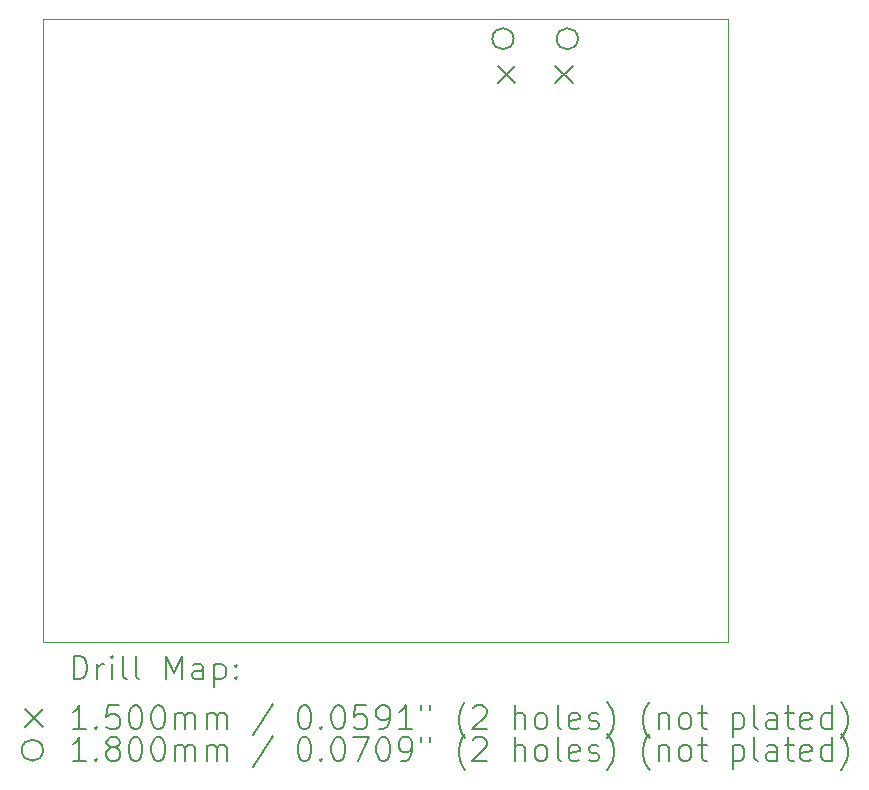
<source format=gbr>
%TF.GenerationSoftware,KiCad,Pcbnew,8.0.9*%
%TF.CreationDate,2025-02-20T22:31:27-05:00*%
%TF.ProjectId,PicoLVDS,5069636f-4c56-4445-932e-6b696361645f,2*%
%TF.SameCoordinates,Original*%
%TF.FileFunction,Drillmap*%
%TF.FilePolarity,Positive*%
%FSLAX45Y45*%
G04 Gerber Fmt 4.5, Leading zero omitted, Abs format (unit mm)*
G04 Created by KiCad (PCBNEW 8.0.9) date 2025-02-20 22:31:27*
%MOMM*%
%LPD*%
G01*
G04 APERTURE LIST*
%ADD10C,0.050000*%
%ADD11C,0.200000*%
%ADD12C,0.150000*%
%ADD13C,0.180000*%
G04 APERTURE END LIST*
D10*
X3000000Y-3720000D02*
X8800000Y-3720000D01*
X8800000Y-9000000D01*
X3000000Y-9000000D01*
X3000000Y-3720000D01*
D11*
D12*
X6846500Y-4117000D02*
X6996500Y-4267000D01*
X6996500Y-4117000D02*
X6846500Y-4267000D01*
X7331500Y-4117000D02*
X7481500Y-4267000D01*
X7481500Y-4117000D02*
X7331500Y-4267000D01*
D13*
X6981500Y-3889000D02*
G75*
G02*
X6801500Y-3889000I-90000J0D01*
G01*
X6801500Y-3889000D02*
G75*
G02*
X6981500Y-3889000I90000J0D01*
G01*
X7526500Y-3889000D02*
G75*
G02*
X7346500Y-3889000I-90000J0D01*
G01*
X7346500Y-3889000D02*
G75*
G02*
X7526500Y-3889000I90000J0D01*
G01*
D11*
X3258277Y-9313984D02*
X3258277Y-9113984D01*
X3258277Y-9113984D02*
X3305896Y-9113984D01*
X3305896Y-9113984D02*
X3334467Y-9123508D01*
X3334467Y-9123508D02*
X3353515Y-9142555D01*
X3353515Y-9142555D02*
X3363039Y-9161603D01*
X3363039Y-9161603D02*
X3372562Y-9199698D01*
X3372562Y-9199698D02*
X3372562Y-9228270D01*
X3372562Y-9228270D02*
X3363039Y-9266365D01*
X3363039Y-9266365D02*
X3353515Y-9285412D01*
X3353515Y-9285412D02*
X3334467Y-9304460D01*
X3334467Y-9304460D02*
X3305896Y-9313984D01*
X3305896Y-9313984D02*
X3258277Y-9313984D01*
X3458277Y-9313984D02*
X3458277Y-9180650D01*
X3458277Y-9218746D02*
X3467801Y-9199698D01*
X3467801Y-9199698D02*
X3477324Y-9190174D01*
X3477324Y-9190174D02*
X3496372Y-9180650D01*
X3496372Y-9180650D02*
X3515420Y-9180650D01*
X3582086Y-9313984D02*
X3582086Y-9180650D01*
X3582086Y-9113984D02*
X3572562Y-9123508D01*
X3572562Y-9123508D02*
X3582086Y-9133031D01*
X3582086Y-9133031D02*
X3591610Y-9123508D01*
X3591610Y-9123508D02*
X3582086Y-9113984D01*
X3582086Y-9113984D02*
X3582086Y-9133031D01*
X3705896Y-9313984D02*
X3686848Y-9304460D01*
X3686848Y-9304460D02*
X3677324Y-9285412D01*
X3677324Y-9285412D02*
X3677324Y-9113984D01*
X3810658Y-9313984D02*
X3791610Y-9304460D01*
X3791610Y-9304460D02*
X3782086Y-9285412D01*
X3782086Y-9285412D02*
X3782086Y-9113984D01*
X4039229Y-9313984D02*
X4039229Y-9113984D01*
X4039229Y-9113984D02*
X4105896Y-9256841D01*
X4105896Y-9256841D02*
X4172562Y-9113984D01*
X4172562Y-9113984D02*
X4172562Y-9313984D01*
X4353515Y-9313984D02*
X4353515Y-9209222D01*
X4353515Y-9209222D02*
X4343991Y-9190174D01*
X4343991Y-9190174D02*
X4324944Y-9180650D01*
X4324944Y-9180650D02*
X4286848Y-9180650D01*
X4286848Y-9180650D02*
X4267801Y-9190174D01*
X4353515Y-9304460D02*
X4334467Y-9313984D01*
X4334467Y-9313984D02*
X4286848Y-9313984D01*
X4286848Y-9313984D02*
X4267801Y-9304460D01*
X4267801Y-9304460D02*
X4258277Y-9285412D01*
X4258277Y-9285412D02*
X4258277Y-9266365D01*
X4258277Y-9266365D02*
X4267801Y-9247317D01*
X4267801Y-9247317D02*
X4286848Y-9237793D01*
X4286848Y-9237793D02*
X4334467Y-9237793D01*
X4334467Y-9237793D02*
X4353515Y-9228270D01*
X4448753Y-9180650D02*
X4448753Y-9380650D01*
X4448753Y-9190174D02*
X4467801Y-9180650D01*
X4467801Y-9180650D02*
X4505896Y-9180650D01*
X4505896Y-9180650D02*
X4524944Y-9190174D01*
X4524944Y-9190174D02*
X4534467Y-9199698D01*
X4534467Y-9199698D02*
X4543991Y-9218746D01*
X4543991Y-9218746D02*
X4543991Y-9275889D01*
X4543991Y-9275889D02*
X4534467Y-9294936D01*
X4534467Y-9294936D02*
X4524944Y-9304460D01*
X4524944Y-9304460D02*
X4505896Y-9313984D01*
X4505896Y-9313984D02*
X4467801Y-9313984D01*
X4467801Y-9313984D02*
X4448753Y-9304460D01*
X4629705Y-9294936D02*
X4639229Y-9304460D01*
X4639229Y-9304460D02*
X4629705Y-9313984D01*
X4629705Y-9313984D02*
X4620182Y-9304460D01*
X4620182Y-9304460D02*
X4629705Y-9294936D01*
X4629705Y-9294936D02*
X4629705Y-9313984D01*
X4629705Y-9190174D02*
X4639229Y-9199698D01*
X4639229Y-9199698D02*
X4629705Y-9209222D01*
X4629705Y-9209222D02*
X4620182Y-9199698D01*
X4620182Y-9199698D02*
X4629705Y-9190174D01*
X4629705Y-9190174D02*
X4629705Y-9209222D01*
D12*
X2847500Y-9567500D02*
X2997500Y-9717500D01*
X2997500Y-9567500D02*
X2847500Y-9717500D01*
D11*
X3363039Y-9733984D02*
X3248753Y-9733984D01*
X3305896Y-9733984D02*
X3305896Y-9533984D01*
X3305896Y-9533984D02*
X3286848Y-9562555D01*
X3286848Y-9562555D02*
X3267801Y-9581603D01*
X3267801Y-9581603D02*
X3248753Y-9591127D01*
X3448753Y-9714936D02*
X3458277Y-9724460D01*
X3458277Y-9724460D02*
X3448753Y-9733984D01*
X3448753Y-9733984D02*
X3439229Y-9724460D01*
X3439229Y-9724460D02*
X3448753Y-9714936D01*
X3448753Y-9714936D02*
X3448753Y-9733984D01*
X3639229Y-9533984D02*
X3543991Y-9533984D01*
X3543991Y-9533984D02*
X3534467Y-9629222D01*
X3534467Y-9629222D02*
X3543991Y-9619698D01*
X3543991Y-9619698D02*
X3563039Y-9610174D01*
X3563039Y-9610174D02*
X3610658Y-9610174D01*
X3610658Y-9610174D02*
X3629705Y-9619698D01*
X3629705Y-9619698D02*
X3639229Y-9629222D01*
X3639229Y-9629222D02*
X3648753Y-9648270D01*
X3648753Y-9648270D02*
X3648753Y-9695889D01*
X3648753Y-9695889D02*
X3639229Y-9714936D01*
X3639229Y-9714936D02*
X3629705Y-9724460D01*
X3629705Y-9724460D02*
X3610658Y-9733984D01*
X3610658Y-9733984D02*
X3563039Y-9733984D01*
X3563039Y-9733984D02*
X3543991Y-9724460D01*
X3543991Y-9724460D02*
X3534467Y-9714936D01*
X3772562Y-9533984D02*
X3791610Y-9533984D01*
X3791610Y-9533984D02*
X3810658Y-9543508D01*
X3810658Y-9543508D02*
X3820182Y-9553031D01*
X3820182Y-9553031D02*
X3829705Y-9572079D01*
X3829705Y-9572079D02*
X3839229Y-9610174D01*
X3839229Y-9610174D02*
X3839229Y-9657793D01*
X3839229Y-9657793D02*
X3829705Y-9695889D01*
X3829705Y-9695889D02*
X3820182Y-9714936D01*
X3820182Y-9714936D02*
X3810658Y-9724460D01*
X3810658Y-9724460D02*
X3791610Y-9733984D01*
X3791610Y-9733984D02*
X3772562Y-9733984D01*
X3772562Y-9733984D02*
X3753515Y-9724460D01*
X3753515Y-9724460D02*
X3743991Y-9714936D01*
X3743991Y-9714936D02*
X3734467Y-9695889D01*
X3734467Y-9695889D02*
X3724943Y-9657793D01*
X3724943Y-9657793D02*
X3724943Y-9610174D01*
X3724943Y-9610174D02*
X3734467Y-9572079D01*
X3734467Y-9572079D02*
X3743991Y-9553031D01*
X3743991Y-9553031D02*
X3753515Y-9543508D01*
X3753515Y-9543508D02*
X3772562Y-9533984D01*
X3963039Y-9533984D02*
X3982086Y-9533984D01*
X3982086Y-9533984D02*
X4001134Y-9543508D01*
X4001134Y-9543508D02*
X4010658Y-9553031D01*
X4010658Y-9553031D02*
X4020182Y-9572079D01*
X4020182Y-9572079D02*
X4029705Y-9610174D01*
X4029705Y-9610174D02*
X4029705Y-9657793D01*
X4029705Y-9657793D02*
X4020182Y-9695889D01*
X4020182Y-9695889D02*
X4010658Y-9714936D01*
X4010658Y-9714936D02*
X4001134Y-9724460D01*
X4001134Y-9724460D02*
X3982086Y-9733984D01*
X3982086Y-9733984D02*
X3963039Y-9733984D01*
X3963039Y-9733984D02*
X3943991Y-9724460D01*
X3943991Y-9724460D02*
X3934467Y-9714936D01*
X3934467Y-9714936D02*
X3924943Y-9695889D01*
X3924943Y-9695889D02*
X3915420Y-9657793D01*
X3915420Y-9657793D02*
X3915420Y-9610174D01*
X3915420Y-9610174D02*
X3924943Y-9572079D01*
X3924943Y-9572079D02*
X3934467Y-9553031D01*
X3934467Y-9553031D02*
X3943991Y-9543508D01*
X3943991Y-9543508D02*
X3963039Y-9533984D01*
X4115420Y-9733984D02*
X4115420Y-9600650D01*
X4115420Y-9619698D02*
X4124943Y-9610174D01*
X4124943Y-9610174D02*
X4143991Y-9600650D01*
X4143991Y-9600650D02*
X4172563Y-9600650D01*
X4172563Y-9600650D02*
X4191610Y-9610174D01*
X4191610Y-9610174D02*
X4201134Y-9629222D01*
X4201134Y-9629222D02*
X4201134Y-9733984D01*
X4201134Y-9629222D02*
X4210658Y-9610174D01*
X4210658Y-9610174D02*
X4229705Y-9600650D01*
X4229705Y-9600650D02*
X4258277Y-9600650D01*
X4258277Y-9600650D02*
X4277325Y-9610174D01*
X4277325Y-9610174D02*
X4286848Y-9629222D01*
X4286848Y-9629222D02*
X4286848Y-9733984D01*
X4382086Y-9733984D02*
X4382086Y-9600650D01*
X4382086Y-9619698D02*
X4391610Y-9610174D01*
X4391610Y-9610174D02*
X4410658Y-9600650D01*
X4410658Y-9600650D02*
X4439229Y-9600650D01*
X4439229Y-9600650D02*
X4458277Y-9610174D01*
X4458277Y-9610174D02*
X4467801Y-9629222D01*
X4467801Y-9629222D02*
X4467801Y-9733984D01*
X4467801Y-9629222D02*
X4477325Y-9610174D01*
X4477325Y-9610174D02*
X4496372Y-9600650D01*
X4496372Y-9600650D02*
X4524944Y-9600650D01*
X4524944Y-9600650D02*
X4543991Y-9610174D01*
X4543991Y-9610174D02*
X4553515Y-9629222D01*
X4553515Y-9629222D02*
X4553515Y-9733984D01*
X4943991Y-9524460D02*
X4772563Y-9781603D01*
X5201134Y-9533984D02*
X5220182Y-9533984D01*
X5220182Y-9533984D02*
X5239229Y-9543508D01*
X5239229Y-9543508D02*
X5248753Y-9553031D01*
X5248753Y-9553031D02*
X5258277Y-9572079D01*
X5258277Y-9572079D02*
X5267801Y-9610174D01*
X5267801Y-9610174D02*
X5267801Y-9657793D01*
X5267801Y-9657793D02*
X5258277Y-9695889D01*
X5258277Y-9695889D02*
X5248753Y-9714936D01*
X5248753Y-9714936D02*
X5239229Y-9724460D01*
X5239229Y-9724460D02*
X5220182Y-9733984D01*
X5220182Y-9733984D02*
X5201134Y-9733984D01*
X5201134Y-9733984D02*
X5182087Y-9724460D01*
X5182087Y-9724460D02*
X5172563Y-9714936D01*
X5172563Y-9714936D02*
X5163039Y-9695889D01*
X5163039Y-9695889D02*
X5153515Y-9657793D01*
X5153515Y-9657793D02*
X5153515Y-9610174D01*
X5153515Y-9610174D02*
X5163039Y-9572079D01*
X5163039Y-9572079D02*
X5172563Y-9553031D01*
X5172563Y-9553031D02*
X5182087Y-9543508D01*
X5182087Y-9543508D02*
X5201134Y-9533984D01*
X5353515Y-9714936D02*
X5363039Y-9724460D01*
X5363039Y-9724460D02*
X5353515Y-9733984D01*
X5353515Y-9733984D02*
X5343991Y-9724460D01*
X5343991Y-9724460D02*
X5353515Y-9714936D01*
X5353515Y-9714936D02*
X5353515Y-9733984D01*
X5486848Y-9533984D02*
X5505896Y-9533984D01*
X5505896Y-9533984D02*
X5524944Y-9543508D01*
X5524944Y-9543508D02*
X5534468Y-9553031D01*
X5534468Y-9553031D02*
X5543991Y-9572079D01*
X5543991Y-9572079D02*
X5553515Y-9610174D01*
X5553515Y-9610174D02*
X5553515Y-9657793D01*
X5553515Y-9657793D02*
X5543991Y-9695889D01*
X5543991Y-9695889D02*
X5534468Y-9714936D01*
X5534468Y-9714936D02*
X5524944Y-9724460D01*
X5524944Y-9724460D02*
X5505896Y-9733984D01*
X5505896Y-9733984D02*
X5486848Y-9733984D01*
X5486848Y-9733984D02*
X5467801Y-9724460D01*
X5467801Y-9724460D02*
X5458277Y-9714936D01*
X5458277Y-9714936D02*
X5448753Y-9695889D01*
X5448753Y-9695889D02*
X5439229Y-9657793D01*
X5439229Y-9657793D02*
X5439229Y-9610174D01*
X5439229Y-9610174D02*
X5448753Y-9572079D01*
X5448753Y-9572079D02*
X5458277Y-9553031D01*
X5458277Y-9553031D02*
X5467801Y-9543508D01*
X5467801Y-9543508D02*
X5486848Y-9533984D01*
X5734467Y-9533984D02*
X5639229Y-9533984D01*
X5639229Y-9533984D02*
X5629706Y-9629222D01*
X5629706Y-9629222D02*
X5639229Y-9619698D01*
X5639229Y-9619698D02*
X5658277Y-9610174D01*
X5658277Y-9610174D02*
X5705896Y-9610174D01*
X5705896Y-9610174D02*
X5724944Y-9619698D01*
X5724944Y-9619698D02*
X5734467Y-9629222D01*
X5734467Y-9629222D02*
X5743991Y-9648270D01*
X5743991Y-9648270D02*
X5743991Y-9695889D01*
X5743991Y-9695889D02*
X5734467Y-9714936D01*
X5734467Y-9714936D02*
X5724944Y-9724460D01*
X5724944Y-9724460D02*
X5705896Y-9733984D01*
X5705896Y-9733984D02*
X5658277Y-9733984D01*
X5658277Y-9733984D02*
X5639229Y-9724460D01*
X5639229Y-9724460D02*
X5629706Y-9714936D01*
X5839229Y-9733984D02*
X5877325Y-9733984D01*
X5877325Y-9733984D02*
X5896372Y-9724460D01*
X5896372Y-9724460D02*
X5905896Y-9714936D01*
X5905896Y-9714936D02*
X5924944Y-9686365D01*
X5924944Y-9686365D02*
X5934467Y-9648270D01*
X5934467Y-9648270D02*
X5934467Y-9572079D01*
X5934467Y-9572079D02*
X5924944Y-9553031D01*
X5924944Y-9553031D02*
X5915420Y-9543508D01*
X5915420Y-9543508D02*
X5896372Y-9533984D01*
X5896372Y-9533984D02*
X5858277Y-9533984D01*
X5858277Y-9533984D02*
X5839229Y-9543508D01*
X5839229Y-9543508D02*
X5829706Y-9553031D01*
X5829706Y-9553031D02*
X5820182Y-9572079D01*
X5820182Y-9572079D02*
X5820182Y-9619698D01*
X5820182Y-9619698D02*
X5829706Y-9638746D01*
X5829706Y-9638746D02*
X5839229Y-9648270D01*
X5839229Y-9648270D02*
X5858277Y-9657793D01*
X5858277Y-9657793D02*
X5896372Y-9657793D01*
X5896372Y-9657793D02*
X5915420Y-9648270D01*
X5915420Y-9648270D02*
X5924944Y-9638746D01*
X5924944Y-9638746D02*
X5934467Y-9619698D01*
X6124944Y-9733984D02*
X6010658Y-9733984D01*
X6067801Y-9733984D02*
X6067801Y-9533984D01*
X6067801Y-9533984D02*
X6048753Y-9562555D01*
X6048753Y-9562555D02*
X6029706Y-9581603D01*
X6029706Y-9581603D02*
X6010658Y-9591127D01*
X6201134Y-9533984D02*
X6201134Y-9572079D01*
X6277325Y-9533984D02*
X6277325Y-9572079D01*
X6572563Y-9810174D02*
X6563039Y-9800650D01*
X6563039Y-9800650D02*
X6543991Y-9772079D01*
X6543991Y-9772079D02*
X6534468Y-9753031D01*
X6534468Y-9753031D02*
X6524944Y-9724460D01*
X6524944Y-9724460D02*
X6515420Y-9676841D01*
X6515420Y-9676841D02*
X6515420Y-9638746D01*
X6515420Y-9638746D02*
X6524944Y-9591127D01*
X6524944Y-9591127D02*
X6534468Y-9562555D01*
X6534468Y-9562555D02*
X6543991Y-9543508D01*
X6543991Y-9543508D02*
X6563039Y-9514936D01*
X6563039Y-9514936D02*
X6572563Y-9505412D01*
X6639229Y-9553031D02*
X6648753Y-9543508D01*
X6648753Y-9543508D02*
X6667801Y-9533984D01*
X6667801Y-9533984D02*
X6715420Y-9533984D01*
X6715420Y-9533984D02*
X6734468Y-9543508D01*
X6734468Y-9543508D02*
X6743991Y-9553031D01*
X6743991Y-9553031D02*
X6753515Y-9572079D01*
X6753515Y-9572079D02*
X6753515Y-9591127D01*
X6753515Y-9591127D02*
X6743991Y-9619698D01*
X6743991Y-9619698D02*
X6629706Y-9733984D01*
X6629706Y-9733984D02*
X6753515Y-9733984D01*
X6991610Y-9733984D02*
X6991610Y-9533984D01*
X7077325Y-9733984D02*
X7077325Y-9629222D01*
X7077325Y-9629222D02*
X7067801Y-9610174D01*
X7067801Y-9610174D02*
X7048753Y-9600650D01*
X7048753Y-9600650D02*
X7020182Y-9600650D01*
X7020182Y-9600650D02*
X7001134Y-9610174D01*
X7001134Y-9610174D02*
X6991610Y-9619698D01*
X7201134Y-9733984D02*
X7182087Y-9724460D01*
X7182087Y-9724460D02*
X7172563Y-9714936D01*
X7172563Y-9714936D02*
X7163039Y-9695889D01*
X7163039Y-9695889D02*
X7163039Y-9638746D01*
X7163039Y-9638746D02*
X7172563Y-9619698D01*
X7172563Y-9619698D02*
X7182087Y-9610174D01*
X7182087Y-9610174D02*
X7201134Y-9600650D01*
X7201134Y-9600650D02*
X7229706Y-9600650D01*
X7229706Y-9600650D02*
X7248753Y-9610174D01*
X7248753Y-9610174D02*
X7258277Y-9619698D01*
X7258277Y-9619698D02*
X7267801Y-9638746D01*
X7267801Y-9638746D02*
X7267801Y-9695889D01*
X7267801Y-9695889D02*
X7258277Y-9714936D01*
X7258277Y-9714936D02*
X7248753Y-9724460D01*
X7248753Y-9724460D02*
X7229706Y-9733984D01*
X7229706Y-9733984D02*
X7201134Y-9733984D01*
X7382087Y-9733984D02*
X7363039Y-9724460D01*
X7363039Y-9724460D02*
X7353515Y-9705412D01*
X7353515Y-9705412D02*
X7353515Y-9533984D01*
X7534468Y-9724460D02*
X7515420Y-9733984D01*
X7515420Y-9733984D02*
X7477325Y-9733984D01*
X7477325Y-9733984D02*
X7458277Y-9724460D01*
X7458277Y-9724460D02*
X7448753Y-9705412D01*
X7448753Y-9705412D02*
X7448753Y-9629222D01*
X7448753Y-9629222D02*
X7458277Y-9610174D01*
X7458277Y-9610174D02*
X7477325Y-9600650D01*
X7477325Y-9600650D02*
X7515420Y-9600650D01*
X7515420Y-9600650D02*
X7534468Y-9610174D01*
X7534468Y-9610174D02*
X7543991Y-9629222D01*
X7543991Y-9629222D02*
X7543991Y-9648270D01*
X7543991Y-9648270D02*
X7448753Y-9667317D01*
X7620182Y-9724460D02*
X7639230Y-9733984D01*
X7639230Y-9733984D02*
X7677325Y-9733984D01*
X7677325Y-9733984D02*
X7696372Y-9724460D01*
X7696372Y-9724460D02*
X7705896Y-9705412D01*
X7705896Y-9705412D02*
X7705896Y-9695889D01*
X7705896Y-9695889D02*
X7696372Y-9676841D01*
X7696372Y-9676841D02*
X7677325Y-9667317D01*
X7677325Y-9667317D02*
X7648753Y-9667317D01*
X7648753Y-9667317D02*
X7629706Y-9657793D01*
X7629706Y-9657793D02*
X7620182Y-9638746D01*
X7620182Y-9638746D02*
X7620182Y-9629222D01*
X7620182Y-9629222D02*
X7629706Y-9610174D01*
X7629706Y-9610174D02*
X7648753Y-9600650D01*
X7648753Y-9600650D02*
X7677325Y-9600650D01*
X7677325Y-9600650D02*
X7696372Y-9610174D01*
X7772563Y-9810174D02*
X7782087Y-9800650D01*
X7782087Y-9800650D02*
X7801134Y-9772079D01*
X7801134Y-9772079D02*
X7810658Y-9753031D01*
X7810658Y-9753031D02*
X7820182Y-9724460D01*
X7820182Y-9724460D02*
X7829706Y-9676841D01*
X7829706Y-9676841D02*
X7829706Y-9638746D01*
X7829706Y-9638746D02*
X7820182Y-9591127D01*
X7820182Y-9591127D02*
X7810658Y-9562555D01*
X7810658Y-9562555D02*
X7801134Y-9543508D01*
X7801134Y-9543508D02*
X7782087Y-9514936D01*
X7782087Y-9514936D02*
X7772563Y-9505412D01*
X8134468Y-9810174D02*
X8124944Y-9800650D01*
X8124944Y-9800650D02*
X8105896Y-9772079D01*
X8105896Y-9772079D02*
X8096372Y-9753031D01*
X8096372Y-9753031D02*
X8086849Y-9724460D01*
X8086849Y-9724460D02*
X8077325Y-9676841D01*
X8077325Y-9676841D02*
X8077325Y-9638746D01*
X8077325Y-9638746D02*
X8086849Y-9591127D01*
X8086849Y-9591127D02*
X8096372Y-9562555D01*
X8096372Y-9562555D02*
X8105896Y-9543508D01*
X8105896Y-9543508D02*
X8124944Y-9514936D01*
X8124944Y-9514936D02*
X8134468Y-9505412D01*
X8210658Y-9600650D02*
X8210658Y-9733984D01*
X8210658Y-9619698D02*
X8220182Y-9610174D01*
X8220182Y-9610174D02*
X8239230Y-9600650D01*
X8239230Y-9600650D02*
X8267801Y-9600650D01*
X8267801Y-9600650D02*
X8286849Y-9610174D01*
X8286849Y-9610174D02*
X8296372Y-9629222D01*
X8296372Y-9629222D02*
X8296372Y-9733984D01*
X8420182Y-9733984D02*
X8401134Y-9724460D01*
X8401134Y-9724460D02*
X8391611Y-9714936D01*
X8391611Y-9714936D02*
X8382087Y-9695889D01*
X8382087Y-9695889D02*
X8382087Y-9638746D01*
X8382087Y-9638746D02*
X8391611Y-9619698D01*
X8391611Y-9619698D02*
X8401134Y-9610174D01*
X8401134Y-9610174D02*
X8420182Y-9600650D01*
X8420182Y-9600650D02*
X8448754Y-9600650D01*
X8448754Y-9600650D02*
X8467801Y-9610174D01*
X8467801Y-9610174D02*
X8477325Y-9619698D01*
X8477325Y-9619698D02*
X8486849Y-9638746D01*
X8486849Y-9638746D02*
X8486849Y-9695889D01*
X8486849Y-9695889D02*
X8477325Y-9714936D01*
X8477325Y-9714936D02*
X8467801Y-9724460D01*
X8467801Y-9724460D02*
X8448754Y-9733984D01*
X8448754Y-9733984D02*
X8420182Y-9733984D01*
X8543992Y-9600650D02*
X8620182Y-9600650D01*
X8572563Y-9533984D02*
X8572563Y-9705412D01*
X8572563Y-9705412D02*
X8582087Y-9724460D01*
X8582087Y-9724460D02*
X8601134Y-9733984D01*
X8601134Y-9733984D02*
X8620182Y-9733984D01*
X8839230Y-9600650D02*
X8839230Y-9800650D01*
X8839230Y-9610174D02*
X8858277Y-9600650D01*
X8858277Y-9600650D02*
X8896373Y-9600650D01*
X8896373Y-9600650D02*
X8915420Y-9610174D01*
X8915420Y-9610174D02*
X8924944Y-9619698D01*
X8924944Y-9619698D02*
X8934468Y-9638746D01*
X8934468Y-9638746D02*
X8934468Y-9695889D01*
X8934468Y-9695889D02*
X8924944Y-9714936D01*
X8924944Y-9714936D02*
X8915420Y-9724460D01*
X8915420Y-9724460D02*
X8896373Y-9733984D01*
X8896373Y-9733984D02*
X8858277Y-9733984D01*
X8858277Y-9733984D02*
X8839230Y-9724460D01*
X9048754Y-9733984D02*
X9029706Y-9724460D01*
X9029706Y-9724460D02*
X9020182Y-9705412D01*
X9020182Y-9705412D02*
X9020182Y-9533984D01*
X9210658Y-9733984D02*
X9210658Y-9629222D01*
X9210658Y-9629222D02*
X9201135Y-9610174D01*
X9201135Y-9610174D02*
X9182087Y-9600650D01*
X9182087Y-9600650D02*
X9143992Y-9600650D01*
X9143992Y-9600650D02*
X9124944Y-9610174D01*
X9210658Y-9724460D02*
X9191611Y-9733984D01*
X9191611Y-9733984D02*
X9143992Y-9733984D01*
X9143992Y-9733984D02*
X9124944Y-9724460D01*
X9124944Y-9724460D02*
X9115420Y-9705412D01*
X9115420Y-9705412D02*
X9115420Y-9686365D01*
X9115420Y-9686365D02*
X9124944Y-9667317D01*
X9124944Y-9667317D02*
X9143992Y-9657793D01*
X9143992Y-9657793D02*
X9191611Y-9657793D01*
X9191611Y-9657793D02*
X9210658Y-9648270D01*
X9277325Y-9600650D02*
X9353515Y-9600650D01*
X9305896Y-9533984D02*
X9305896Y-9705412D01*
X9305896Y-9705412D02*
X9315420Y-9724460D01*
X9315420Y-9724460D02*
X9334468Y-9733984D01*
X9334468Y-9733984D02*
X9353515Y-9733984D01*
X9496373Y-9724460D02*
X9477325Y-9733984D01*
X9477325Y-9733984D02*
X9439230Y-9733984D01*
X9439230Y-9733984D02*
X9420182Y-9724460D01*
X9420182Y-9724460D02*
X9410658Y-9705412D01*
X9410658Y-9705412D02*
X9410658Y-9629222D01*
X9410658Y-9629222D02*
X9420182Y-9610174D01*
X9420182Y-9610174D02*
X9439230Y-9600650D01*
X9439230Y-9600650D02*
X9477325Y-9600650D01*
X9477325Y-9600650D02*
X9496373Y-9610174D01*
X9496373Y-9610174D02*
X9505896Y-9629222D01*
X9505896Y-9629222D02*
X9505896Y-9648270D01*
X9505896Y-9648270D02*
X9410658Y-9667317D01*
X9677325Y-9733984D02*
X9677325Y-9533984D01*
X9677325Y-9724460D02*
X9658277Y-9733984D01*
X9658277Y-9733984D02*
X9620182Y-9733984D01*
X9620182Y-9733984D02*
X9601135Y-9724460D01*
X9601135Y-9724460D02*
X9591611Y-9714936D01*
X9591611Y-9714936D02*
X9582087Y-9695889D01*
X9582087Y-9695889D02*
X9582087Y-9638746D01*
X9582087Y-9638746D02*
X9591611Y-9619698D01*
X9591611Y-9619698D02*
X9601135Y-9610174D01*
X9601135Y-9610174D02*
X9620182Y-9600650D01*
X9620182Y-9600650D02*
X9658277Y-9600650D01*
X9658277Y-9600650D02*
X9677325Y-9610174D01*
X9753516Y-9810174D02*
X9763039Y-9800650D01*
X9763039Y-9800650D02*
X9782087Y-9772079D01*
X9782087Y-9772079D02*
X9791611Y-9753031D01*
X9791611Y-9753031D02*
X9801135Y-9724460D01*
X9801135Y-9724460D02*
X9810658Y-9676841D01*
X9810658Y-9676841D02*
X9810658Y-9638746D01*
X9810658Y-9638746D02*
X9801135Y-9591127D01*
X9801135Y-9591127D02*
X9791611Y-9562555D01*
X9791611Y-9562555D02*
X9782087Y-9543508D01*
X9782087Y-9543508D02*
X9763039Y-9514936D01*
X9763039Y-9514936D02*
X9753516Y-9505412D01*
D13*
X2997500Y-9912500D02*
G75*
G02*
X2817500Y-9912500I-90000J0D01*
G01*
X2817500Y-9912500D02*
G75*
G02*
X2997500Y-9912500I90000J0D01*
G01*
D11*
X3363039Y-10003984D02*
X3248753Y-10003984D01*
X3305896Y-10003984D02*
X3305896Y-9803984D01*
X3305896Y-9803984D02*
X3286848Y-9832555D01*
X3286848Y-9832555D02*
X3267801Y-9851603D01*
X3267801Y-9851603D02*
X3248753Y-9861127D01*
X3448753Y-9984936D02*
X3458277Y-9994460D01*
X3458277Y-9994460D02*
X3448753Y-10003984D01*
X3448753Y-10003984D02*
X3439229Y-9994460D01*
X3439229Y-9994460D02*
X3448753Y-9984936D01*
X3448753Y-9984936D02*
X3448753Y-10003984D01*
X3572562Y-9889698D02*
X3553515Y-9880174D01*
X3553515Y-9880174D02*
X3543991Y-9870650D01*
X3543991Y-9870650D02*
X3534467Y-9851603D01*
X3534467Y-9851603D02*
X3534467Y-9842079D01*
X3534467Y-9842079D02*
X3543991Y-9823031D01*
X3543991Y-9823031D02*
X3553515Y-9813508D01*
X3553515Y-9813508D02*
X3572562Y-9803984D01*
X3572562Y-9803984D02*
X3610658Y-9803984D01*
X3610658Y-9803984D02*
X3629705Y-9813508D01*
X3629705Y-9813508D02*
X3639229Y-9823031D01*
X3639229Y-9823031D02*
X3648753Y-9842079D01*
X3648753Y-9842079D02*
X3648753Y-9851603D01*
X3648753Y-9851603D02*
X3639229Y-9870650D01*
X3639229Y-9870650D02*
X3629705Y-9880174D01*
X3629705Y-9880174D02*
X3610658Y-9889698D01*
X3610658Y-9889698D02*
X3572562Y-9889698D01*
X3572562Y-9889698D02*
X3553515Y-9899222D01*
X3553515Y-9899222D02*
X3543991Y-9908746D01*
X3543991Y-9908746D02*
X3534467Y-9927793D01*
X3534467Y-9927793D02*
X3534467Y-9965889D01*
X3534467Y-9965889D02*
X3543991Y-9984936D01*
X3543991Y-9984936D02*
X3553515Y-9994460D01*
X3553515Y-9994460D02*
X3572562Y-10003984D01*
X3572562Y-10003984D02*
X3610658Y-10003984D01*
X3610658Y-10003984D02*
X3629705Y-9994460D01*
X3629705Y-9994460D02*
X3639229Y-9984936D01*
X3639229Y-9984936D02*
X3648753Y-9965889D01*
X3648753Y-9965889D02*
X3648753Y-9927793D01*
X3648753Y-9927793D02*
X3639229Y-9908746D01*
X3639229Y-9908746D02*
X3629705Y-9899222D01*
X3629705Y-9899222D02*
X3610658Y-9889698D01*
X3772562Y-9803984D02*
X3791610Y-9803984D01*
X3791610Y-9803984D02*
X3810658Y-9813508D01*
X3810658Y-9813508D02*
X3820182Y-9823031D01*
X3820182Y-9823031D02*
X3829705Y-9842079D01*
X3829705Y-9842079D02*
X3839229Y-9880174D01*
X3839229Y-9880174D02*
X3839229Y-9927793D01*
X3839229Y-9927793D02*
X3829705Y-9965889D01*
X3829705Y-9965889D02*
X3820182Y-9984936D01*
X3820182Y-9984936D02*
X3810658Y-9994460D01*
X3810658Y-9994460D02*
X3791610Y-10003984D01*
X3791610Y-10003984D02*
X3772562Y-10003984D01*
X3772562Y-10003984D02*
X3753515Y-9994460D01*
X3753515Y-9994460D02*
X3743991Y-9984936D01*
X3743991Y-9984936D02*
X3734467Y-9965889D01*
X3734467Y-9965889D02*
X3724943Y-9927793D01*
X3724943Y-9927793D02*
X3724943Y-9880174D01*
X3724943Y-9880174D02*
X3734467Y-9842079D01*
X3734467Y-9842079D02*
X3743991Y-9823031D01*
X3743991Y-9823031D02*
X3753515Y-9813508D01*
X3753515Y-9813508D02*
X3772562Y-9803984D01*
X3963039Y-9803984D02*
X3982086Y-9803984D01*
X3982086Y-9803984D02*
X4001134Y-9813508D01*
X4001134Y-9813508D02*
X4010658Y-9823031D01*
X4010658Y-9823031D02*
X4020182Y-9842079D01*
X4020182Y-9842079D02*
X4029705Y-9880174D01*
X4029705Y-9880174D02*
X4029705Y-9927793D01*
X4029705Y-9927793D02*
X4020182Y-9965889D01*
X4020182Y-9965889D02*
X4010658Y-9984936D01*
X4010658Y-9984936D02*
X4001134Y-9994460D01*
X4001134Y-9994460D02*
X3982086Y-10003984D01*
X3982086Y-10003984D02*
X3963039Y-10003984D01*
X3963039Y-10003984D02*
X3943991Y-9994460D01*
X3943991Y-9994460D02*
X3934467Y-9984936D01*
X3934467Y-9984936D02*
X3924943Y-9965889D01*
X3924943Y-9965889D02*
X3915420Y-9927793D01*
X3915420Y-9927793D02*
X3915420Y-9880174D01*
X3915420Y-9880174D02*
X3924943Y-9842079D01*
X3924943Y-9842079D02*
X3934467Y-9823031D01*
X3934467Y-9823031D02*
X3943991Y-9813508D01*
X3943991Y-9813508D02*
X3963039Y-9803984D01*
X4115420Y-10003984D02*
X4115420Y-9870650D01*
X4115420Y-9889698D02*
X4124943Y-9880174D01*
X4124943Y-9880174D02*
X4143991Y-9870650D01*
X4143991Y-9870650D02*
X4172563Y-9870650D01*
X4172563Y-9870650D02*
X4191610Y-9880174D01*
X4191610Y-9880174D02*
X4201134Y-9899222D01*
X4201134Y-9899222D02*
X4201134Y-10003984D01*
X4201134Y-9899222D02*
X4210658Y-9880174D01*
X4210658Y-9880174D02*
X4229705Y-9870650D01*
X4229705Y-9870650D02*
X4258277Y-9870650D01*
X4258277Y-9870650D02*
X4277325Y-9880174D01*
X4277325Y-9880174D02*
X4286848Y-9899222D01*
X4286848Y-9899222D02*
X4286848Y-10003984D01*
X4382086Y-10003984D02*
X4382086Y-9870650D01*
X4382086Y-9889698D02*
X4391610Y-9880174D01*
X4391610Y-9880174D02*
X4410658Y-9870650D01*
X4410658Y-9870650D02*
X4439229Y-9870650D01*
X4439229Y-9870650D02*
X4458277Y-9880174D01*
X4458277Y-9880174D02*
X4467801Y-9899222D01*
X4467801Y-9899222D02*
X4467801Y-10003984D01*
X4467801Y-9899222D02*
X4477325Y-9880174D01*
X4477325Y-9880174D02*
X4496372Y-9870650D01*
X4496372Y-9870650D02*
X4524944Y-9870650D01*
X4524944Y-9870650D02*
X4543991Y-9880174D01*
X4543991Y-9880174D02*
X4553515Y-9899222D01*
X4553515Y-9899222D02*
X4553515Y-10003984D01*
X4943991Y-9794460D02*
X4772563Y-10051603D01*
X5201134Y-9803984D02*
X5220182Y-9803984D01*
X5220182Y-9803984D02*
X5239229Y-9813508D01*
X5239229Y-9813508D02*
X5248753Y-9823031D01*
X5248753Y-9823031D02*
X5258277Y-9842079D01*
X5258277Y-9842079D02*
X5267801Y-9880174D01*
X5267801Y-9880174D02*
X5267801Y-9927793D01*
X5267801Y-9927793D02*
X5258277Y-9965889D01*
X5258277Y-9965889D02*
X5248753Y-9984936D01*
X5248753Y-9984936D02*
X5239229Y-9994460D01*
X5239229Y-9994460D02*
X5220182Y-10003984D01*
X5220182Y-10003984D02*
X5201134Y-10003984D01*
X5201134Y-10003984D02*
X5182087Y-9994460D01*
X5182087Y-9994460D02*
X5172563Y-9984936D01*
X5172563Y-9984936D02*
X5163039Y-9965889D01*
X5163039Y-9965889D02*
X5153515Y-9927793D01*
X5153515Y-9927793D02*
X5153515Y-9880174D01*
X5153515Y-9880174D02*
X5163039Y-9842079D01*
X5163039Y-9842079D02*
X5172563Y-9823031D01*
X5172563Y-9823031D02*
X5182087Y-9813508D01*
X5182087Y-9813508D02*
X5201134Y-9803984D01*
X5353515Y-9984936D02*
X5363039Y-9994460D01*
X5363039Y-9994460D02*
X5353515Y-10003984D01*
X5353515Y-10003984D02*
X5343991Y-9994460D01*
X5343991Y-9994460D02*
X5353515Y-9984936D01*
X5353515Y-9984936D02*
X5353515Y-10003984D01*
X5486848Y-9803984D02*
X5505896Y-9803984D01*
X5505896Y-9803984D02*
X5524944Y-9813508D01*
X5524944Y-9813508D02*
X5534468Y-9823031D01*
X5534468Y-9823031D02*
X5543991Y-9842079D01*
X5543991Y-9842079D02*
X5553515Y-9880174D01*
X5553515Y-9880174D02*
X5553515Y-9927793D01*
X5553515Y-9927793D02*
X5543991Y-9965889D01*
X5543991Y-9965889D02*
X5534468Y-9984936D01*
X5534468Y-9984936D02*
X5524944Y-9994460D01*
X5524944Y-9994460D02*
X5505896Y-10003984D01*
X5505896Y-10003984D02*
X5486848Y-10003984D01*
X5486848Y-10003984D02*
X5467801Y-9994460D01*
X5467801Y-9994460D02*
X5458277Y-9984936D01*
X5458277Y-9984936D02*
X5448753Y-9965889D01*
X5448753Y-9965889D02*
X5439229Y-9927793D01*
X5439229Y-9927793D02*
X5439229Y-9880174D01*
X5439229Y-9880174D02*
X5448753Y-9842079D01*
X5448753Y-9842079D02*
X5458277Y-9823031D01*
X5458277Y-9823031D02*
X5467801Y-9813508D01*
X5467801Y-9813508D02*
X5486848Y-9803984D01*
X5620182Y-9803984D02*
X5753515Y-9803984D01*
X5753515Y-9803984D02*
X5667801Y-10003984D01*
X5867801Y-9803984D02*
X5886848Y-9803984D01*
X5886848Y-9803984D02*
X5905896Y-9813508D01*
X5905896Y-9813508D02*
X5915420Y-9823031D01*
X5915420Y-9823031D02*
X5924944Y-9842079D01*
X5924944Y-9842079D02*
X5934467Y-9880174D01*
X5934467Y-9880174D02*
X5934467Y-9927793D01*
X5934467Y-9927793D02*
X5924944Y-9965889D01*
X5924944Y-9965889D02*
X5915420Y-9984936D01*
X5915420Y-9984936D02*
X5905896Y-9994460D01*
X5905896Y-9994460D02*
X5886848Y-10003984D01*
X5886848Y-10003984D02*
X5867801Y-10003984D01*
X5867801Y-10003984D02*
X5848753Y-9994460D01*
X5848753Y-9994460D02*
X5839229Y-9984936D01*
X5839229Y-9984936D02*
X5829706Y-9965889D01*
X5829706Y-9965889D02*
X5820182Y-9927793D01*
X5820182Y-9927793D02*
X5820182Y-9880174D01*
X5820182Y-9880174D02*
X5829706Y-9842079D01*
X5829706Y-9842079D02*
X5839229Y-9823031D01*
X5839229Y-9823031D02*
X5848753Y-9813508D01*
X5848753Y-9813508D02*
X5867801Y-9803984D01*
X6029706Y-10003984D02*
X6067801Y-10003984D01*
X6067801Y-10003984D02*
X6086848Y-9994460D01*
X6086848Y-9994460D02*
X6096372Y-9984936D01*
X6096372Y-9984936D02*
X6115420Y-9956365D01*
X6115420Y-9956365D02*
X6124944Y-9918270D01*
X6124944Y-9918270D02*
X6124944Y-9842079D01*
X6124944Y-9842079D02*
X6115420Y-9823031D01*
X6115420Y-9823031D02*
X6105896Y-9813508D01*
X6105896Y-9813508D02*
X6086848Y-9803984D01*
X6086848Y-9803984D02*
X6048753Y-9803984D01*
X6048753Y-9803984D02*
X6029706Y-9813508D01*
X6029706Y-9813508D02*
X6020182Y-9823031D01*
X6020182Y-9823031D02*
X6010658Y-9842079D01*
X6010658Y-9842079D02*
X6010658Y-9889698D01*
X6010658Y-9889698D02*
X6020182Y-9908746D01*
X6020182Y-9908746D02*
X6029706Y-9918270D01*
X6029706Y-9918270D02*
X6048753Y-9927793D01*
X6048753Y-9927793D02*
X6086848Y-9927793D01*
X6086848Y-9927793D02*
X6105896Y-9918270D01*
X6105896Y-9918270D02*
X6115420Y-9908746D01*
X6115420Y-9908746D02*
X6124944Y-9889698D01*
X6201134Y-9803984D02*
X6201134Y-9842079D01*
X6277325Y-9803984D02*
X6277325Y-9842079D01*
X6572563Y-10080174D02*
X6563039Y-10070650D01*
X6563039Y-10070650D02*
X6543991Y-10042079D01*
X6543991Y-10042079D02*
X6534468Y-10023031D01*
X6534468Y-10023031D02*
X6524944Y-9994460D01*
X6524944Y-9994460D02*
X6515420Y-9946841D01*
X6515420Y-9946841D02*
X6515420Y-9908746D01*
X6515420Y-9908746D02*
X6524944Y-9861127D01*
X6524944Y-9861127D02*
X6534468Y-9832555D01*
X6534468Y-9832555D02*
X6543991Y-9813508D01*
X6543991Y-9813508D02*
X6563039Y-9784936D01*
X6563039Y-9784936D02*
X6572563Y-9775412D01*
X6639229Y-9823031D02*
X6648753Y-9813508D01*
X6648753Y-9813508D02*
X6667801Y-9803984D01*
X6667801Y-9803984D02*
X6715420Y-9803984D01*
X6715420Y-9803984D02*
X6734468Y-9813508D01*
X6734468Y-9813508D02*
X6743991Y-9823031D01*
X6743991Y-9823031D02*
X6753515Y-9842079D01*
X6753515Y-9842079D02*
X6753515Y-9861127D01*
X6753515Y-9861127D02*
X6743991Y-9889698D01*
X6743991Y-9889698D02*
X6629706Y-10003984D01*
X6629706Y-10003984D02*
X6753515Y-10003984D01*
X6991610Y-10003984D02*
X6991610Y-9803984D01*
X7077325Y-10003984D02*
X7077325Y-9899222D01*
X7077325Y-9899222D02*
X7067801Y-9880174D01*
X7067801Y-9880174D02*
X7048753Y-9870650D01*
X7048753Y-9870650D02*
X7020182Y-9870650D01*
X7020182Y-9870650D02*
X7001134Y-9880174D01*
X7001134Y-9880174D02*
X6991610Y-9889698D01*
X7201134Y-10003984D02*
X7182087Y-9994460D01*
X7182087Y-9994460D02*
X7172563Y-9984936D01*
X7172563Y-9984936D02*
X7163039Y-9965889D01*
X7163039Y-9965889D02*
X7163039Y-9908746D01*
X7163039Y-9908746D02*
X7172563Y-9889698D01*
X7172563Y-9889698D02*
X7182087Y-9880174D01*
X7182087Y-9880174D02*
X7201134Y-9870650D01*
X7201134Y-9870650D02*
X7229706Y-9870650D01*
X7229706Y-9870650D02*
X7248753Y-9880174D01*
X7248753Y-9880174D02*
X7258277Y-9889698D01*
X7258277Y-9889698D02*
X7267801Y-9908746D01*
X7267801Y-9908746D02*
X7267801Y-9965889D01*
X7267801Y-9965889D02*
X7258277Y-9984936D01*
X7258277Y-9984936D02*
X7248753Y-9994460D01*
X7248753Y-9994460D02*
X7229706Y-10003984D01*
X7229706Y-10003984D02*
X7201134Y-10003984D01*
X7382087Y-10003984D02*
X7363039Y-9994460D01*
X7363039Y-9994460D02*
X7353515Y-9975412D01*
X7353515Y-9975412D02*
X7353515Y-9803984D01*
X7534468Y-9994460D02*
X7515420Y-10003984D01*
X7515420Y-10003984D02*
X7477325Y-10003984D01*
X7477325Y-10003984D02*
X7458277Y-9994460D01*
X7458277Y-9994460D02*
X7448753Y-9975412D01*
X7448753Y-9975412D02*
X7448753Y-9899222D01*
X7448753Y-9899222D02*
X7458277Y-9880174D01*
X7458277Y-9880174D02*
X7477325Y-9870650D01*
X7477325Y-9870650D02*
X7515420Y-9870650D01*
X7515420Y-9870650D02*
X7534468Y-9880174D01*
X7534468Y-9880174D02*
X7543991Y-9899222D01*
X7543991Y-9899222D02*
X7543991Y-9918270D01*
X7543991Y-9918270D02*
X7448753Y-9937317D01*
X7620182Y-9994460D02*
X7639230Y-10003984D01*
X7639230Y-10003984D02*
X7677325Y-10003984D01*
X7677325Y-10003984D02*
X7696372Y-9994460D01*
X7696372Y-9994460D02*
X7705896Y-9975412D01*
X7705896Y-9975412D02*
X7705896Y-9965889D01*
X7705896Y-9965889D02*
X7696372Y-9946841D01*
X7696372Y-9946841D02*
X7677325Y-9937317D01*
X7677325Y-9937317D02*
X7648753Y-9937317D01*
X7648753Y-9937317D02*
X7629706Y-9927793D01*
X7629706Y-9927793D02*
X7620182Y-9908746D01*
X7620182Y-9908746D02*
X7620182Y-9899222D01*
X7620182Y-9899222D02*
X7629706Y-9880174D01*
X7629706Y-9880174D02*
X7648753Y-9870650D01*
X7648753Y-9870650D02*
X7677325Y-9870650D01*
X7677325Y-9870650D02*
X7696372Y-9880174D01*
X7772563Y-10080174D02*
X7782087Y-10070650D01*
X7782087Y-10070650D02*
X7801134Y-10042079D01*
X7801134Y-10042079D02*
X7810658Y-10023031D01*
X7810658Y-10023031D02*
X7820182Y-9994460D01*
X7820182Y-9994460D02*
X7829706Y-9946841D01*
X7829706Y-9946841D02*
X7829706Y-9908746D01*
X7829706Y-9908746D02*
X7820182Y-9861127D01*
X7820182Y-9861127D02*
X7810658Y-9832555D01*
X7810658Y-9832555D02*
X7801134Y-9813508D01*
X7801134Y-9813508D02*
X7782087Y-9784936D01*
X7782087Y-9784936D02*
X7772563Y-9775412D01*
X8134468Y-10080174D02*
X8124944Y-10070650D01*
X8124944Y-10070650D02*
X8105896Y-10042079D01*
X8105896Y-10042079D02*
X8096372Y-10023031D01*
X8096372Y-10023031D02*
X8086849Y-9994460D01*
X8086849Y-9994460D02*
X8077325Y-9946841D01*
X8077325Y-9946841D02*
X8077325Y-9908746D01*
X8077325Y-9908746D02*
X8086849Y-9861127D01*
X8086849Y-9861127D02*
X8096372Y-9832555D01*
X8096372Y-9832555D02*
X8105896Y-9813508D01*
X8105896Y-9813508D02*
X8124944Y-9784936D01*
X8124944Y-9784936D02*
X8134468Y-9775412D01*
X8210658Y-9870650D02*
X8210658Y-10003984D01*
X8210658Y-9889698D02*
X8220182Y-9880174D01*
X8220182Y-9880174D02*
X8239230Y-9870650D01*
X8239230Y-9870650D02*
X8267801Y-9870650D01*
X8267801Y-9870650D02*
X8286849Y-9880174D01*
X8286849Y-9880174D02*
X8296372Y-9899222D01*
X8296372Y-9899222D02*
X8296372Y-10003984D01*
X8420182Y-10003984D02*
X8401134Y-9994460D01*
X8401134Y-9994460D02*
X8391611Y-9984936D01*
X8391611Y-9984936D02*
X8382087Y-9965889D01*
X8382087Y-9965889D02*
X8382087Y-9908746D01*
X8382087Y-9908746D02*
X8391611Y-9889698D01*
X8391611Y-9889698D02*
X8401134Y-9880174D01*
X8401134Y-9880174D02*
X8420182Y-9870650D01*
X8420182Y-9870650D02*
X8448754Y-9870650D01*
X8448754Y-9870650D02*
X8467801Y-9880174D01*
X8467801Y-9880174D02*
X8477325Y-9889698D01*
X8477325Y-9889698D02*
X8486849Y-9908746D01*
X8486849Y-9908746D02*
X8486849Y-9965889D01*
X8486849Y-9965889D02*
X8477325Y-9984936D01*
X8477325Y-9984936D02*
X8467801Y-9994460D01*
X8467801Y-9994460D02*
X8448754Y-10003984D01*
X8448754Y-10003984D02*
X8420182Y-10003984D01*
X8543992Y-9870650D02*
X8620182Y-9870650D01*
X8572563Y-9803984D02*
X8572563Y-9975412D01*
X8572563Y-9975412D02*
X8582087Y-9994460D01*
X8582087Y-9994460D02*
X8601134Y-10003984D01*
X8601134Y-10003984D02*
X8620182Y-10003984D01*
X8839230Y-9870650D02*
X8839230Y-10070650D01*
X8839230Y-9880174D02*
X8858277Y-9870650D01*
X8858277Y-9870650D02*
X8896373Y-9870650D01*
X8896373Y-9870650D02*
X8915420Y-9880174D01*
X8915420Y-9880174D02*
X8924944Y-9889698D01*
X8924944Y-9889698D02*
X8934468Y-9908746D01*
X8934468Y-9908746D02*
X8934468Y-9965889D01*
X8934468Y-9965889D02*
X8924944Y-9984936D01*
X8924944Y-9984936D02*
X8915420Y-9994460D01*
X8915420Y-9994460D02*
X8896373Y-10003984D01*
X8896373Y-10003984D02*
X8858277Y-10003984D01*
X8858277Y-10003984D02*
X8839230Y-9994460D01*
X9048754Y-10003984D02*
X9029706Y-9994460D01*
X9029706Y-9994460D02*
X9020182Y-9975412D01*
X9020182Y-9975412D02*
X9020182Y-9803984D01*
X9210658Y-10003984D02*
X9210658Y-9899222D01*
X9210658Y-9899222D02*
X9201135Y-9880174D01*
X9201135Y-9880174D02*
X9182087Y-9870650D01*
X9182087Y-9870650D02*
X9143992Y-9870650D01*
X9143992Y-9870650D02*
X9124944Y-9880174D01*
X9210658Y-9994460D02*
X9191611Y-10003984D01*
X9191611Y-10003984D02*
X9143992Y-10003984D01*
X9143992Y-10003984D02*
X9124944Y-9994460D01*
X9124944Y-9994460D02*
X9115420Y-9975412D01*
X9115420Y-9975412D02*
X9115420Y-9956365D01*
X9115420Y-9956365D02*
X9124944Y-9937317D01*
X9124944Y-9937317D02*
X9143992Y-9927793D01*
X9143992Y-9927793D02*
X9191611Y-9927793D01*
X9191611Y-9927793D02*
X9210658Y-9918270D01*
X9277325Y-9870650D02*
X9353515Y-9870650D01*
X9305896Y-9803984D02*
X9305896Y-9975412D01*
X9305896Y-9975412D02*
X9315420Y-9994460D01*
X9315420Y-9994460D02*
X9334468Y-10003984D01*
X9334468Y-10003984D02*
X9353515Y-10003984D01*
X9496373Y-9994460D02*
X9477325Y-10003984D01*
X9477325Y-10003984D02*
X9439230Y-10003984D01*
X9439230Y-10003984D02*
X9420182Y-9994460D01*
X9420182Y-9994460D02*
X9410658Y-9975412D01*
X9410658Y-9975412D02*
X9410658Y-9899222D01*
X9410658Y-9899222D02*
X9420182Y-9880174D01*
X9420182Y-9880174D02*
X9439230Y-9870650D01*
X9439230Y-9870650D02*
X9477325Y-9870650D01*
X9477325Y-9870650D02*
X9496373Y-9880174D01*
X9496373Y-9880174D02*
X9505896Y-9899222D01*
X9505896Y-9899222D02*
X9505896Y-9918270D01*
X9505896Y-9918270D02*
X9410658Y-9937317D01*
X9677325Y-10003984D02*
X9677325Y-9803984D01*
X9677325Y-9994460D02*
X9658277Y-10003984D01*
X9658277Y-10003984D02*
X9620182Y-10003984D01*
X9620182Y-10003984D02*
X9601135Y-9994460D01*
X9601135Y-9994460D02*
X9591611Y-9984936D01*
X9591611Y-9984936D02*
X9582087Y-9965889D01*
X9582087Y-9965889D02*
X9582087Y-9908746D01*
X9582087Y-9908746D02*
X9591611Y-9889698D01*
X9591611Y-9889698D02*
X9601135Y-9880174D01*
X9601135Y-9880174D02*
X9620182Y-9870650D01*
X9620182Y-9870650D02*
X9658277Y-9870650D01*
X9658277Y-9870650D02*
X9677325Y-9880174D01*
X9753516Y-10080174D02*
X9763039Y-10070650D01*
X9763039Y-10070650D02*
X9782087Y-10042079D01*
X9782087Y-10042079D02*
X9791611Y-10023031D01*
X9791611Y-10023031D02*
X9801135Y-9994460D01*
X9801135Y-9994460D02*
X9810658Y-9946841D01*
X9810658Y-9946841D02*
X9810658Y-9908746D01*
X9810658Y-9908746D02*
X9801135Y-9861127D01*
X9801135Y-9861127D02*
X9791611Y-9832555D01*
X9791611Y-9832555D02*
X9782087Y-9813508D01*
X9782087Y-9813508D02*
X9763039Y-9784936D01*
X9763039Y-9784936D02*
X9753516Y-9775412D01*
M02*

</source>
